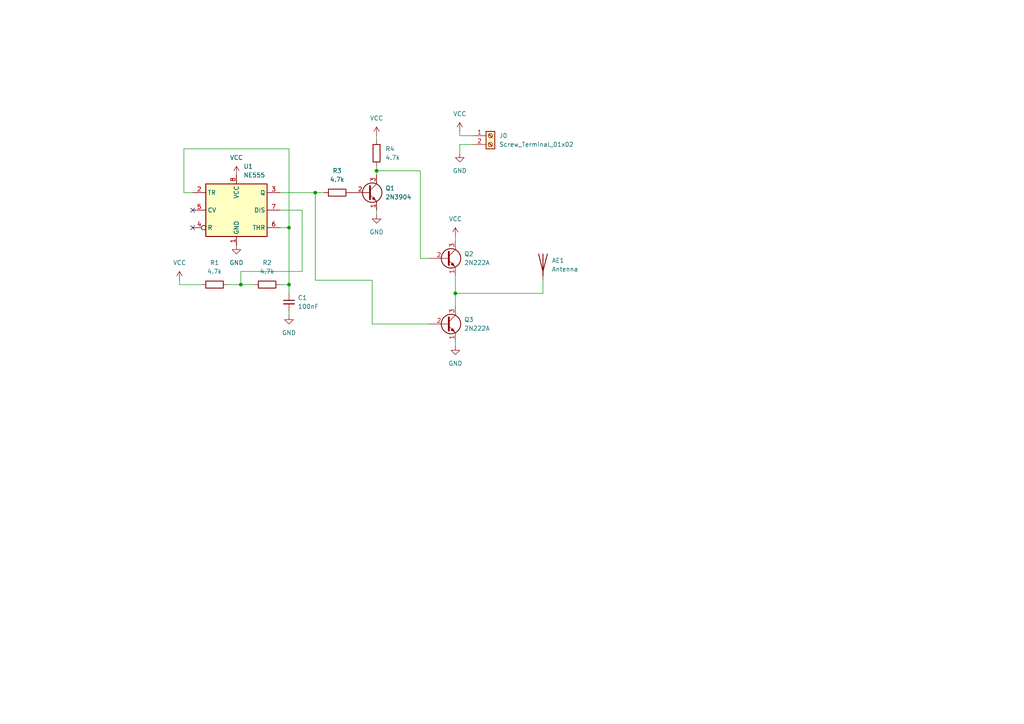
<source format=kicad_sch>
(kicad_sch (version 20211123) (generator eeschema)
  (paper "A4")
  (lib_symbols
    (symbol "Connector:Screw_Terminal_01x02" (pin_names (offset 1.016) hide)
      (property "Reference" "J" (at 0 2.54 0))
      (property "Value" "Screw_Terminal_01x02" (at 0 -5.08 0))
      (symbol "Screw_Terminal_01x02_1_1"
        (rectangle (start -1.27 1.27) (end 1.27 -3.81) (stroke (width 0.254)) (fill (type background)))
        (circle (center 0 -2.54) (radius 0.635) (stroke (width 0.1524)))
        (polyline (pts (xy -0.5334 -2.2098) (xy 0.3302 -3.048)) (stroke (width 0.1524)))
        (polyline (pts (xy -0.5334 0.3302) (xy 0.3302 -0.508)) (stroke (width 0.1524)))
        (polyline (pts (xy -0.3556 -2.032) (xy 0.508 -2.8702)) (stroke (width 0.1524)))
        (polyline (pts (xy -0.3556 0.508) (xy 0.508 -0.3302)) (stroke (width 0.1524)))
        (circle (center 0 0) (radius 0.635) (stroke (width 0.1524)))
        (pin passive line (at -5.08 0 0) (length 3.81) (name "Pin_1") (number "1"))
        (pin passive line (at -5.08 -2.54 0) (length 3.81) (name "Pin_2") (number "2"))
      )
    )
    (symbol "Device:Antenna" (pin_numbers hide) (pin_names (offset 1.016) hide)
      (property "Reference" "AE" (at -1.905 1.905 0))
      (property "Value" "Antenna" (at -1.905 0 0))
      (symbol "Antenna_0_1"
        (polyline (pts (xy 0 2.54) (xy 0 -3.81)) (stroke (width 0.254)))
        (polyline (pts (xy 1.27 2.54) (xy 0 -2.54) (xy -1.27 2.54)) (stroke (width 0.254)))
      )
      (symbol "Antenna_1_1"
        (pin input line (at 0 -5.08 90) (length 2.54) (name "A") (number "1"))
      )
    )
    (symbol "Device:C_Small" (pin_numbers hide) (pin_names (offset 0.254) hide)
      (property "Reference" "C" (at 0.254 1.778 0))
      (property "Value" "C_Small" (at 0.254 -2.032 0))
      (symbol "C_Small_0_1"
        (polyline (pts (xy -1.524 -0.508) (xy 1.524 -0.508)) (stroke (width 0.3302)))
        (polyline (pts (xy -1.524 0.508) (xy 1.524 0.508)) (stroke (width 0.3048)))
      )
      (symbol "C_Small_1_1"
        (pin passive line (at 0 2.54 270) (length 2.032) (name "~") (number "1"))
        (pin passive line (at 0 -2.54 90) (length 2.032) (name "~") (number "2"))
      )
    )
    (symbol "Device:R" (pin_numbers hide) (pin_names (offset 0))
      (property "Reference" "R" (at 2.032 0 90))
      (property "Value" "R" (at 0 0 90))
      (symbol "R_0_1"
        (rectangle (start -1.016 -2.54) (end 1.016 2.54) (stroke (width 0.254)))
      )
      (symbol "R_1_1"
        (pin passive line (at 0 3.81 270) (length 1.27) (name "~") (number "1"))
        (pin passive line (at 0 -3.81 90) (length 1.27) (name "~") (number "2"))
      )
    )
    (symbol "Timer:TLC555xD"
      (property "Reference" "U" (at -10.16 8.89 0))
      (property "Value" "TLC555xD" (at 2.54 8.89 0))
      (symbol "TLC555xD_0_0"
        (pin power_in line (at 0 -10.16 90) (length 2.54) (name "GND") (number "1"))
        (pin power_in line (at 0 10.16 270) (length 2.54) (name "VCC") (number "8"))
      )
      (symbol "TLC555xD_0_1"
        (rectangle (start -8.89 -7.62) (end 8.89 7.62) (stroke (width 0.254)) (fill (type background)))
        (rectangle (start -8.89 -7.62) (end 8.89 7.62) (stroke (width 0.254)) (fill (type background)))
      )
      (symbol "TLC555xD_1_1"
        (pin input line (at -12.7 5.08 0) (length 3.81) (name "TR") (number "2"))
        (pin output line (at 12.7 5.08 180) (length 3.81) (name "Q") (number "3"))
        (pin input inverted (at -12.7 -5.08 0) (length 3.81) (name "R") (number "4"))
        (pin input line (at -12.7 0 0) (length 3.81) (name "CV") (number "5"))
        (pin input line (at 12.7 -5.08 180) (length 3.81) (name "THR") (number "6"))
        (pin input line (at 12.7 0 180) (length 3.81) (name "DIS") (number "7"))
      )
    )
    (symbol "Transistor_BJT:2N3904" (pin_names (offset 0) hide)
      (property "Reference" "Q" (at 5.08 1.905 0))
      (property "Value" "2N3904" (at 5.08 0 0))
      (symbol "2N3904_0_1"
        (polyline (pts (xy 0.635 0.635) (xy 2.54 2.54)))
        (polyline (pts (xy 0.635 -0.635) (xy 2.54 -2.54) (xy 2.54 -2.54)))
        (polyline (pts (xy 0.635 1.905) (xy 0.635 -1.905) (xy 0.635 -1.905)) (stroke (width 0.508)))
        (polyline (pts (xy 1.27 -1.778) (xy 1.778 -1.27) (xy 2.286 -2.286) (xy 1.27 -1.778) (xy 1.27 -1.778)) (fill (type outline)))
        (circle (center 1.27 0) (radius 2.8194) (stroke (width 0.254)))
      )
      (symbol "2N3904_1_1"
        (pin passive line (at 2.54 -5.08 90) (length 2.54) (name "E") (number "1"))
        (pin passive line (at -5.08 0 0) (length 5.715) (name "B") (number "2"))
        (pin passive line (at 2.54 5.08 270) (length 2.54) (name "C") (number "3"))
      )
    )
    (symbol "power:GND" (power) (pin_names (offset 0))
      (property "Value" "GND" (at 0 -3.81 0))
      (symbol "GND_0_1"
        (polyline (pts (xy 0 0) (xy 0 -1.27) (xy 1.27 -1.27) (xy 0 -2.54) (xy -1.27 -1.27) (xy 0 -1.27)))
      )
      (symbol "GND_1_1"
        (pin power_in line (at 0 0 270) (length 0) hide (name "GND") (number "1"))
      )
    )
    (symbol "power:VCC" (power) (pin_names (offset 0))
      (property "Value" "VCC" (at 0 3.81 0))
      (symbol "VCC_0_1"
        (polyline (pts (xy -0.762 1.27) (xy 0 2.54)))
        (polyline (pts (xy 0 0) (xy 0 2.54)))
        (polyline (pts (xy 0 2.54) (xy 0.762 1.27)))
      )
      (symbol "VCC_1_1"
        (pin power_in line (at 0 0 90) (length 0) hide (name "VCC") (number "1"))
      )
    )
  )
  (junction (at 91.44 55.88))
  (junction (at 109.22 49.53))
  (junction (at 83.82 82.55))
  (junction (at 83.82 66.04))
  (junction (at 132.08 85.09))
  (junction (at 69.85 82.55))
  (no_connect (at 55.88 66.04))
  (no_connect (at 55.88 60.96))
  (wire (pts (xy 109.22 39.37) (xy 109.22 40.64)))
  (wire (pts (xy 109.22 49.53) (xy 121.92 49.53)))
  (wire (pts (xy 107.95 93.98) (xy 124.46 93.98)))
  (wire (pts (xy 53.34 43.18) (xy 83.82 43.18)))
  (wire (pts (xy 81.28 66.04) (xy 83.82 66.04)))
  (wire (pts (xy 132.08 100.33) (xy 132.08 99.06)))
  (wire (pts (xy 132.08 85.09) (xy 132.08 88.9)))
  (wire (pts (xy 109.22 49.53) (xy 109.22 50.8)))
  (wire (pts (xy 87.63 60.96) (xy 81.28 60.96)))
  (wire (pts (xy 124.46 74.93) (xy 121.92 74.93)))
  (wire (pts (xy 81.28 82.55) (xy 83.82 82.55)))
  (wire (pts (xy 83.82 43.18) (xy 83.82 66.04)))
  (wire (pts (xy 91.44 81.28) (xy 107.95 81.28)))
  (wire (pts (xy 69.85 82.55) (xy 73.66 82.55)))
  (wire (pts (xy 69.85 78.74) (xy 87.63 78.74)))
  (wire (pts (xy 52.07 82.55) (xy 58.42 82.55)))
  (wire (pts (xy 52.07 81.28) (xy 52.07 82.55)))
  (wire (pts (xy 137.16 39.37) (xy 133.35 39.37)))
  (wire (pts (xy 53.34 55.88) (xy 53.34 43.18)))
  (wire (pts (xy 83.82 66.04) (xy 83.82 82.55)))
  (wire (pts (xy 133.35 41.91) (xy 133.35 44.45)))
  (wire (pts (xy 157.48 85.09) (xy 157.48 81.28)))
  (wire (pts (xy 55.88 55.88) (xy 53.34 55.88)))
  (wire (pts (xy 87.63 78.74) (xy 87.63 60.96)))
  (wire (pts (xy 132.08 80.01) (xy 132.08 85.09)))
  (wire (pts (xy 91.44 55.88) (xy 91.44 81.28)))
  (wire (pts (xy 83.82 91.44) (xy 83.82 90.17)))
  (wire (pts (xy 69.85 82.55) (xy 69.85 78.74)))
  (wire (pts (xy 66.04 82.55) (xy 69.85 82.55)))
  (wire (pts (xy 132.08 85.09) (xy 157.48 85.09)))
  (wire (pts (xy 109.22 62.23) (xy 109.22 60.96)))
  (wire (pts (xy 81.28 55.88) (xy 91.44 55.88)))
  (wire (pts (xy 109.22 48.26) (xy 109.22 49.53)))
  (wire (pts (xy 137.16 41.91) (xy 133.35 41.91)))
  (wire (pts (xy 107.95 81.28) (xy 107.95 93.98)))
  (wire (pts (xy 121.92 49.53) (xy 121.92 74.93)))
  (wire (pts (xy 91.44 55.88) (xy 93.98 55.88)))
  (wire (pts (xy 83.82 82.55) (xy 83.82 85.09)))
  (wire (pts (xy 132.08 68.58) (xy 132.08 69.85)))
  (wire (pts (xy 133.35 39.37) (xy 133.35 38.1)))
  (symbol (lib_id "Transistor_BJT:2N3904") (at 129.54 74.93 0) (unit 1)
    (property "Reference" "Q2" (at 134.62 73.6599 0) (effects (justify left)))
    (property "Value" "2N222A" (at 134.62 76.1999 0) (effects (justify left)))
    (property "Footprint" "Package_TO_SOT_THT:TO-92_Inline" (effects hide))
    (property "Datasheet" "https://www.onsemi.com/pub/Collateral/2N3903-D.PDF" (effects hide))
  )
  (symbol (lib_id "power:VCC") (at 133.35 38.1 0) (unit 1)
    (property "Reference" "#PWR0109" (effects hide))
    (property "Value" "VCC" (at 133.35 33.02 0))
  )
  (symbol (lib_id "Transistor_BJT:2N3904") (at 129.54 93.98 0) (unit 1)
    (property "Reference" "Q3" (at 134.62 92.7099 0) (effects (justify left)))
    (property "Value" "2N222A" (at 134.62 95.2499 0) (effects (justify left)))
    (property "Footprint" "Package_TO_SOT_THT:TO-92_Inline" (effects hide))
    (property "Datasheet" "https://www.onsemi.com/pub/Collateral/2N3903-D.PDF" (effects hide))
  )
  (symbol (lib_id "Timer:TLC555xD") (at 68.58 60.96 0) (unit 1)
    (property "Reference" "U1" (at 70.5994 48.26 0) (effects (justify left)))
    (property "Value" "NE555" (at 70.5994 50.8 0) (effects (justify left)))
    (property "Footprint" "Package_DIP:DIP-8_W7.62mm_LongPads" (effects hide))
    (property "Datasheet" "http://www.ti.com/lit/ds/symlink/tlc555.pdf" (effects hide))
  )
  (symbol (lib_id "power:GND") (at 133.35 44.45 0) (unit 1)
    (property "Reference" "#PWR0110" (effects hide))
    (property "Value" "GND" (at 133.35 49.53 0))
  )
  (symbol (lib_id "Device:Antenna") (at 157.48 76.2 0) (unit 1)
    (property "Reference" "AE1" (at 160.02 75.5649 0) (effects (justify left)))
    (property "Value" "Antenna" (at 160.02 78.1049 0) (effects (justify left)))
    (property "Footprint" "Connector_Pin:Pin_D0.7mm_L6.5mm_W1.8mm_FlatFork" (effects hide))
  )
  (symbol (lib_id "Device:R") (at 62.23 82.55 90) (unit 1)
    (property "Reference" "R1" (at 62.23 76.2 90))
    (property "Value" "4.7k" (at 62.23 78.74 90))
    (property "Footprint" "Resistor_SMD:R_1206_3216Metric" (effects hide))
  )
  (symbol (lib_id "power:VCC") (at 109.22 39.37 0) (unit 1)
    (property "Reference" "#PWR0104" (effects hide))
    (property "Value" "VCC" (at 109.22 34.29 0))
  )
  (symbol (lib_id "Transistor_BJT:2N3904") (at 106.68 55.88 0) (unit 1)
    (property "Reference" "Q1" (at 111.76 54.6099 0) (effects (justify left)))
    (property "Value" "2N3904" (at 111.76 57.1499 0) (effects (justify left)))
    (property "Footprint" "Package_TO_SOT_THT:TO-92_Inline" (effects hide))
    (property "Datasheet" "https://www.onsemi.com/pub/Collateral/2N3903-D.PDF" (effects hide))
  )
  (symbol (lib_id "power:GND") (at 109.22 62.23 0) (unit 1)
    (property "Reference" "#PWR0105" (effects hide))
    (property "Value" "GND" (at 109.22 67.31 0))
  )
  (symbol (lib_id "power:GND") (at 68.58 71.12 0) (unit 1)
    (property "Reference" "#PWR0103" (effects hide))
    (property "Value" "GND" (at 68.58 76.2 0))
  )
  (symbol (lib_id "power:VCC") (at 68.58 50.8 0) (unit 1)
    (property "Reference" "#PWR0102" (effects hide))
    (property "Value" "VCC" (at 68.58 45.72 0))
  )
  (symbol (lib_id "power:VCC") (at 132.08 68.58 0) (unit 1)
    (property "Reference" "#PWR0106" (effects hide))
    (property "Value" "VCC" (at 132.08 63.5 0))
  )
  (symbol (lib_id "Device:R") (at 77.47 82.55 90) (unit 1)
    (property "Reference" "R2" (at 77.47 76.2 90))
    (property "Value" "4.7k" (at 77.47 78.74 90))
    (property "Footprint" "Resistor_SMD:R_1206_3216Metric" (effects hide))
  )
  (symbol (lib_id "Device:R") (at 109.22 44.45 180) (unit 1)
    (property "Reference" "R4" (at 111.76 43.1799 0) (effects (justify right)))
    (property "Value" "4.7k" (at 111.76 45.7199 0) (effects (justify right)))
    (property "Footprint" "Resistor_SMD:R_1206_3216Metric" (effects hide))
  )
  (symbol (lib_id "Connector:Screw_Terminal_01x02") (at 142.24 39.37 0) (unit 1)
    (property "Reference" "J0" (at 144.78 39.3699 0) (effects (justify left)))
    (property "Value" "Screw_Terminal_01x02" (at 144.78 41.9099 0) (effects (justify left)))
    (property "Footprint" "Connector_JST:JST_PH_B2B-PH-K_1x02_P2.00mm_Vertical" (effects hide))
  )
  (symbol (lib_id "power:GND") (at 83.82 91.44 0) (unit 1)
    (property "Reference" "#PWR0107" (effects hide))
    (property "Value" "GND" (at 83.82 96.52 0))
  )
  (symbol (lib_id "Device:R") (at 97.79 55.88 90) (unit 1)
    (property "Reference" "R3" (at 97.79 49.53 90))
    (property "Value" "4.7k" (at 97.79 52.07 90))
    (property "Footprint" "Resistor_SMD:R_1206_3216Metric" (effects hide))
  )
  (symbol (lib_id "Device:C_Small") (at 83.82 87.63 0) (unit 1)
    (property "Reference" "C1" (at 86.36 86.3662 0) (effects (justify left)))
    (property "Value" "100nF" (at 86.36 88.9062 0) (effects (justify left)))
    (property "Footprint" "Capacitor_SMD:C_1206_3216Metric" (effects hide))
  )
  (symbol (lib_id "power:GND") (at 132.08 100.33 0) (unit 1)
    (property "Reference" "#PWR0108" (effects hide))
    (property "Value" "GND" (at 132.08 105.41 0))
  )
  (symbol (lib_id "power:VCC") (at 52.07 81.28 0) (unit 1)
    (property "Reference" "#PWR0101" (effects hide))
    (property "Value" "VCC" (at 52.07 76.2 0))
  )
)
</source>
